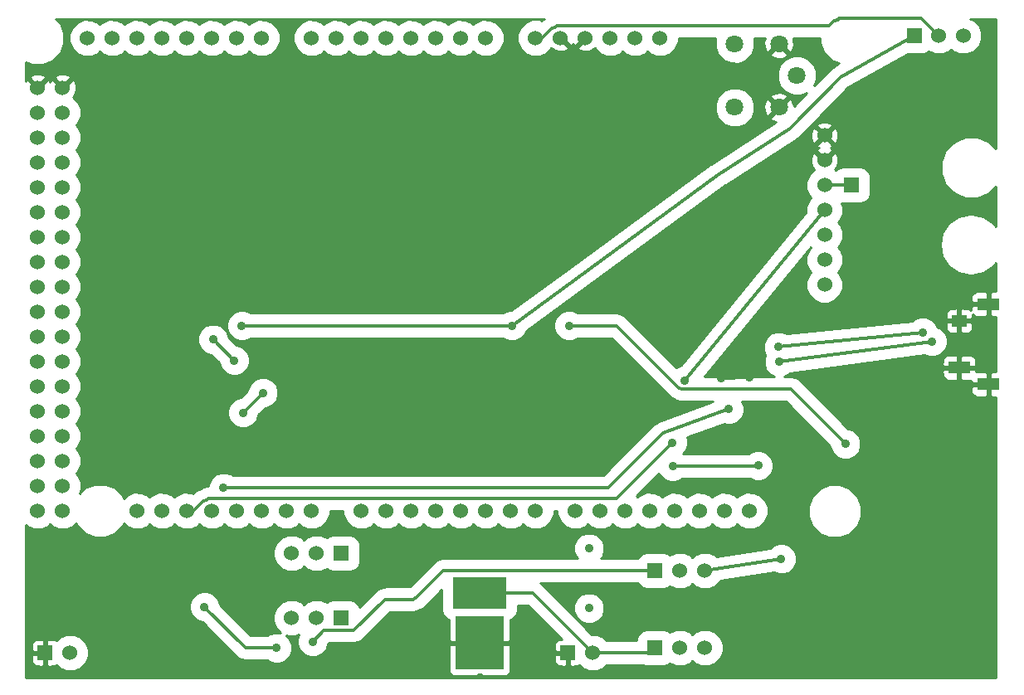
<source format=gbl>
G04 (created by PCBNEW (2011-nov-30)-testing) date Thu 04 Oct 2012 05:09:07 PM EDT*
%MOIN*%
G04 Gerber Fmt 3.4, Leading zero omitted, Abs format*
%FSLAX34Y34*%
G01*
G70*
G90*
G04 APERTURE LIST*
%ADD10C,0.006*%
%ADD11R,0.06X0.06*%
%ADD12C,0.06*%
%ADD13R,0.1967X0.2165*%
%ADD14R,0.2165X0.1297*%
%ADD15C,0.0709*%
%ADD16R,0.0906X0.0512*%
%ADD17R,0.0867X0.0512*%
%ADD18R,0.0591X0.0512*%
%ADD19C,0.035*%
%ADD20C,0.012*%
%ADD21C,0.014*%
%ADD22C,0.01*%
G04 APERTURE END LIST*
G54D10*
G54D11*
X13200Y2900D03*
G54D12*
X12200Y2900D03*
X11200Y2900D03*
G54D11*
X13200Y5500D03*
G54D12*
X12200Y5500D03*
X11200Y5500D03*
G54D13*
X18757Y1900D03*
G54D14*
X18757Y3898D03*
G54D15*
X29000Y23420D03*
X29000Y25980D03*
X30772Y23420D03*
X30772Y25980D03*
X31500Y24700D03*
G54D11*
X36216Y26300D03*
G54D12*
X37200Y26300D03*
X38184Y26300D03*
X32607Y16291D03*
X32608Y17292D03*
X32608Y18292D03*
X32608Y19292D03*
X32608Y20292D03*
X32608Y21292D03*
X32608Y22292D03*
X12000Y7209D03*
X11000Y7209D03*
X10000Y7209D03*
X9000Y7209D03*
X8000Y7209D03*
X7000Y7209D03*
X6000Y7209D03*
X5000Y7209D03*
X3000Y26209D03*
X4000Y26209D03*
X5000Y26209D03*
X6000Y26209D03*
X10000Y26209D03*
X12000Y26209D03*
X13000Y26209D03*
X9000Y26209D03*
X8000Y26209D03*
X7000Y26209D03*
X14000Y26209D03*
X15000Y26209D03*
X16000Y26209D03*
X19000Y26209D03*
X18000Y26209D03*
X17000Y26209D03*
X21000Y26210D03*
X22000Y26209D03*
X23000Y26209D03*
X25000Y26209D03*
X26000Y26209D03*
X14000Y7209D03*
X15000Y7209D03*
X16000Y7209D03*
X17000Y7209D03*
X18000Y7209D03*
X19000Y7209D03*
X20000Y7209D03*
X21000Y7209D03*
X22600Y7209D03*
X23600Y7209D03*
X24600Y7209D03*
X25600Y7209D03*
X26600Y7209D03*
X27600Y7209D03*
X28600Y7209D03*
X29600Y7209D03*
X24000Y26209D03*
X2000Y8209D03*
X1000Y8209D03*
X2000Y9209D03*
X1000Y9209D03*
X2000Y10209D03*
X1000Y10209D03*
X2000Y11209D03*
X1000Y11209D03*
X2000Y7209D03*
X1000Y7209D03*
X1000Y12209D03*
X2000Y12209D03*
X2000Y13209D03*
X1000Y13209D03*
X2000Y14209D03*
X1000Y14209D03*
X2000Y15209D03*
X1000Y15209D03*
X2000Y16209D03*
X1000Y16209D03*
X2000Y17209D03*
X1000Y17209D03*
X2000Y18209D03*
X1000Y18209D03*
X2000Y19209D03*
X1000Y19209D03*
X2000Y20209D03*
X1000Y20209D03*
X2000Y21209D03*
X1000Y21209D03*
X2000Y22209D03*
X1000Y22209D03*
X2000Y23209D03*
X1000Y23209D03*
X2000Y24209D03*
X1000Y24209D03*
G54D11*
X22300Y1500D03*
G54D12*
X23300Y1500D03*
G54D11*
X1300Y1500D03*
G54D12*
X2300Y1500D03*
G54D11*
X25800Y4800D03*
G54D12*
X26800Y4800D03*
X27800Y4800D03*
G54D11*
X25800Y1700D03*
G54D12*
X26800Y1700D03*
X27800Y1700D03*
G54D11*
X33700Y20300D03*
G54D16*
X39200Y12286D03*
G54D17*
X38019Y12955D03*
G54D16*
X39200Y15514D03*
G54D18*
X38019Y14845D03*
G54D19*
X29940Y9020D03*
X26510Y8990D03*
X23150Y3300D03*
X23150Y5700D03*
X33450Y9900D03*
X22350Y14650D03*
X12050Y1950D03*
X9250Y11150D03*
X10050Y11950D03*
X7700Y3350D03*
X10600Y1700D03*
X30860Y5270D03*
X36923Y14015D03*
X30787Y13193D03*
X36550Y14380D03*
X30760Y13800D03*
X8900Y13250D03*
X8050Y14100D03*
X28755Y11294D03*
X8462Y8132D03*
X27000Y12450D03*
X26500Y9950D03*
X9200Y14650D03*
X20050Y14650D03*
X14489Y4433D03*
X14500Y6180D03*
X29210Y9650D03*
X28450Y12540D03*
X29570Y12560D03*
G54D20*
X26510Y8990D02*
X29910Y8990D01*
X29910Y8990D02*
X29940Y9020D01*
X33450Y9900D02*
X31250Y12100D01*
X31250Y12100D02*
X26850Y12100D01*
X26850Y12100D02*
X26800Y12150D01*
X26800Y12150D02*
X26750Y12150D01*
X26750Y12150D02*
X24250Y14650D01*
X24250Y14650D02*
X22350Y14650D01*
X12050Y1950D02*
X12500Y2400D01*
X12500Y2400D02*
X13700Y2400D01*
X13700Y2400D02*
X14950Y3650D01*
X14950Y3650D02*
X16100Y3650D01*
X16100Y3650D02*
X16150Y3700D01*
X16150Y3700D02*
X16200Y3700D01*
X16200Y3700D02*
X17300Y4800D01*
X17300Y4800D02*
X25800Y4800D01*
X9250Y11150D02*
X10050Y11950D01*
X7700Y3350D02*
X9350Y1700D01*
X9350Y1700D02*
X10600Y1700D01*
X30860Y5270D02*
X27800Y4800D01*
X30787Y13193D02*
X36923Y14015D01*
X30760Y13800D02*
X36550Y14380D01*
X8900Y13250D02*
X8050Y14100D01*
X23915Y8135D02*
X8462Y8132D01*
X26110Y10330D02*
X23915Y8135D01*
X26110Y10330D02*
X28755Y11294D01*
X27000Y12450D02*
X32608Y19292D01*
X26500Y9950D02*
X24250Y7700D01*
X24250Y7700D02*
X7850Y7700D01*
X7850Y7700D02*
X7800Y7650D01*
X7800Y7650D02*
X7750Y7650D01*
X7750Y7650D02*
X7700Y7600D01*
X7700Y7600D02*
X7650Y7600D01*
X7650Y7600D02*
X7250Y7200D01*
X7250Y7200D02*
X7000Y7200D01*
X7000Y7200D02*
X7000Y7209D01*
X23300Y1500D02*
X20900Y3900D01*
X20900Y3900D02*
X18750Y3900D01*
X18750Y3900D02*
X18757Y3898D01*
X25800Y1700D02*
X25600Y1500D01*
X25600Y1500D02*
X23300Y1500D01*
G54D21*
X20050Y14650D02*
X28328Y20716D01*
X33240Y24635D02*
X36216Y26300D01*
X31210Y22570D02*
X33240Y24635D01*
X28328Y20716D02*
X31210Y22570D01*
G54D20*
X9200Y14650D02*
X20050Y14650D01*
X37200Y26300D02*
X36500Y27000D01*
X36500Y27000D02*
X33200Y27000D01*
X33200Y27000D02*
X33150Y26950D01*
X33150Y26950D02*
X33100Y26950D01*
X33100Y26950D02*
X33050Y26900D01*
X33050Y26900D02*
X33000Y26900D01*
X33000Y26900D02*
X32800Y26700D01*
X32800Y26700D02*
X21850Y26700D01*
X21850Y26700D02*
X21800Y26650D01*
X21800Y26650D02*
X21750Y26650D01*
X21750Y26650D02*
X21700Y26600D01*
X21700Y26600D02*
X21650Y26600D01*
X21650Y26600D02*
X21250Y26200D01*
X21250Y26200D02*
X21000Y26200D01*
X21000Y26200D02*
X21000Y26210D01*
X14489Y4433D02*
X14500Y6180D01*
X28450Y12540D02*
X29570Y12560D01*
X33700Y20300D02*
X32600Y20300D01*
X32600Y20300D02*
X32608Y20292D01*
G54D10*
G36*
X39484Y516D02*
X39150Y516D01*
X39150Y11842D01*
X39150Y12236D01*
X39150Y12336D01*
X39150Y12730D01*
X39150Y15070D01*
X39150Y15464D01*
X39150Y15564D01*
X39150Y15958D01*
X39088Y16020D01*
X38796Y16019D01*
X38697Y16019D01*
X38606Y15981D01*
X38536Y15911D01*
X38498Y15819D01*
X38497Y15626D01*
X38559Y15564D01*
X39150Y15564D01*
X39150Y15464D01*
X38559Y15464D01*
X38497Y15402D01*
X38497Y15270D01*
X38455Y15312D01*
X38364Y15350D01*
X38265Y15350D01*
X38131Y15351D01*
X38069Y15289D01*
X38069Y14895D01*
X38502Y14895D01*
X38564Y14957D01*
X38563Y15090D01*
X38606Y15047D01*
X38697Y15009D01*
X38796Y15009D01*
X39088Y15008D01*
X39150Y15070D01*
X39150Y12730D01*
X39088Y12792D01*
X38796Y12791D01*
X38701Y12791D01*
X38702Y12843D01*
X38702Y13067D01*
X38701Y13260D01*
X38663Y13352D01*
X38593Y13422D01*
X38564Y13435D01*
X38564Y14733D01*
X38502Y14795D01*
X38069Y14795D01*
X38069Y14401D01*
X38131Y14339D01*
X38265Y14340D01*
X38364Y14340D01*
X38455Y14378D01*
X38525Y14448D01*
X38563Y14540D01*
X38564Y14733D01*
X38564Y13435D01*
X38502Y13460D01*
X38403Y13460D01*
X38131Y13461D01*
X38069Y13399D01*
X38069Y13005D01*
X38640Y13005D01*
X38702Y13067D01*
X38702Y12843D01*
X38640Y12905D01*
X38069Y12905D01*
X38069Y12511D01*
X38131Y12449D01*
X38403Y12450D01*
X38497Y12450D01*
X38497Y12398D01*
X38559Y12336D01*
X39150Y12336D01*
X39150Y12236D01*
X38559Y12236D01*
X38497Y12174D01*
X38498Y11981D01*
X38536Y11889D01*
X38606Y11819D01*
X38697Y11781D01*
X38796Y11781D01*
X39088Y11780D01*
X39150Y11842D01*
X39150Y516D01*
X37969Y516D01*
X37969Y12511D01*
X37969Y12905D01*
X37969Y13005D01*
X37969Y13399D01*
X37969Y14401D01*
X37969Y14795D01*
X37969Y14895D01*
X37969Y15289D01*
X37907Y15351D01*
X37773Y15350D01*
X37674Y15350D01*
X37583Y15312D01*
X37513Y15242D01*
X37475Y15150D01*
X37474Y14957D01*
X37536Y14895D01*
X37969Y14895D01*
X37969Y14795D01*
X37536Y14795D01*
X37474Y14733D01*
X37475Y14540D01*
X37513Y14448D01*
X37583Y14378D01*
X37674Y14340D01*
X37773Y14340D01*
X37907Y14339D01*
X37969Y14401D01*
X37969Y13399D01*
X37907Y13461D01*
X37635Y13460D01*
X37536Y13460D01*
X37445Y13422D01*
X37375Y13352D01*
X37337Y13260D01*
X37336Y13067D01*
X37398Y13005D01*
X37969Y13005D01*
X37969Y12905D01*
X37398Y12905D01*
X37336Y12843D01*
X37337Y12650D01*
X37375Y12558D01*
X37445Y12488D01*
X37536Y12450D01*
X37635Y12450D01*
X37907Y12449D01*
X37969Y12511D01*
X37969Y516D01*
X34078Y516D01*
X34078Y6972D01*
X34078Y7396D01*
X33916Y7788D01*
X33617Y8088D01*
X33225Y8251D01*
X32801Y8251D01*
X32409Y8089D01*
X32109Y7790D01*
X31946Y7398D01*
X31946Y6974D01*
X32108Y6582D01*
X32407Y6282D01*
X32799Y6119D01*
X33223Y6119D01*
X33615Y6281D01*
X33915Y6580D01*
X34078Y6972D01*
X34078Y516D01*
X31477Y516D01*
X31477Y5147D01*
X31477Y5392D01*
X31383Y5619D01*
X31210Y5793D01*
X30983Y5887D01*
X30738Y5887D01*
X30511Y5793D01*
X30427Y5710D01*
X28269Y5380D01*
X28221Y5428D01*
X27948Y5541D01*
X27653Y5542D01*
X27381Y5429D01*
X27300Y5349D01*
X27221Y5428D01*
X26948Y5541D01*
X26653Y5542D01*
X26390Y5433D01*
X26350Y5473D01*
X26188Y5541D01*
X26013Y5541D01*
X25413Y5541D01*
X25251Y5474D01*
X25127Y5350D01*
X25106Y5302D01*
X23624Y5302D01*
X23673Y5350D01*
X23767Y5577D01*
X23767Y5822D01*
X23673Y6049D01*
X23500Y6223D01*
X23273Y6317D01*
X23028Y6317D01*
X22801Y6223D01*
X22627Y6050D01*
X22533Y5823D01*
X22533Y5578D01*
X22627Y5351D01*
X22675Y5302D01*
X17300Y5302D01*
X17108Y5264D01*
X16945Y5155D01*
X15945Y4156D01*
X15944Y4155D01*
X15940Y4152D01*
X14950Y4152D01*
X14949Y4152D01*
X14911Y4145D01*
X14758Y4114D01*
X14595Y4005D01*
X14594Y4005D01*
X14594Y4004D01*
X13941Y3352D01*
X13941Y5112D01*
X13941Y5287D01*
X13941Y5887D01*
X13874Y6049D01*
X13750Y6173D01*
X13588Y6241D01*
X13413Y6241D01*
X12813Y6241D01*
X12651Y6174D01*
X12609Y6133D01*
X12348Y6241D01*
X12053Y6242D01*
X11781Y6129D01*
X11700Y6049D01*
X11621Y6128D01*
X11348Y6241D01*
X11053Y6242D01*
X10781Y6129D01*
X10572Y5921D01*
X10459Y5648D01*
X10458Y5353D01*
X10571Y5081D01*
X10779Y4872D01*
X11052Y4759D01*
X11347Y4758D01*
X11619Y4871D01*
X11699Y4952D01*
X11779Y4872D01*
X12052Y4759D01*
X12347Y4758D01*
X12609Y4868D01*
X12650Y4827D01*
X12812Y4759D01*
X12987Y4759D01*
X13587Y4759D01*
X13749Y4826D01*
X13873Y4950D01*
X13941Y5112D01*
X13941Y3352D01*
X13922Y3333D01*
X13874Y3449D01*
X13750Y3573D01*
X13588Y3641D01*
X13413Y3641D01*
X12813Y3641D01*
X12651Y3574D01*
X12609Y3533D01*
X12348Y3641D01*
X12053Y3642D01*
X11781Y3529D01*
X11700Y3449D01*
X11621Y3528D01*
X11348Y3641D01*
X11053Y3642D01*
X10781Y3529D01*
X10572Y3321D01*
X10459Y3048D01*
X10458Y2753D01*
X10571Y2481D01*
X10742Y2310D01*
X10723Y2317D01*
X10478Y2317D01*
X10251Y2223D01*
X10229Y2202D01*
X9558Y2202D01*
X8317Y3443D01*
X8317Y3472D01*
X8223Y3699D01*
X8050Y3873D01*
X7823Y3967D01*
X7578Y3967D01*
X7351Y3873D01*
X7177Y3700D01*
X7083Y3473D01*
X7083Y3228D01*
X7177Y3001D01*
X7350Y2827D01*
X7577Y2733D01*
X7607Y2733D01*
X8995Y1345D01*
X9157Y1236D01*
X9158Y1236D01*
X9350Y1198D01*
X10229Y1198D01*
X10250Y1177D01*
X10477Y1083D01*
X10722Y1083D01*
X10949Y1177D01*
X11123Y1350D01*
X11217Y1577D01*
X11217Y1822D01*
X11123Y2049D01*
X10986Y2186D01*
X11052Y2159D01*
X11347Y2158D01*
X11493Y2219D01*
X11433Y2073D01*
X11433Y1828D01*
X11527Y1601D01*
X11700Y1427D01*
X11927Y1333D01*
X12172Y1333D01*
X12399Y1427D01*
X12573Y1600D01*
X12667Y1827D01*
X12667Y1857D01*
X12708Y1898D01*
X13700Y1898D01*
X13892Y1936D01*
X14055Y2045D01*
X15158Y3148D01*
X16100Y3148D01*
X16292Y3186D01*
X16356Y3229D01*
X16392Y3236D01*
X16555Y3345D01*
X17234Y4024D01*
X17234Y3163D01*
X17301Y3001D01*
X17425Y2877D01*
X17524Y2836D01*
X17524Y2012D01*
X17586Y1950D01*
X17942Y1950D01*
X17942Y1850D01*
X17586Y1850D01*
X17524Y1788D01*
X17525Y769D01*
X17563Y677D01*
X17633Y607D01*
X17724Y569D01*
X17823Y569D01*
X18645Y568D01*
X18707Y630D01*
X18707Y642D01*
X18807Y642D01*
X18807Y630D01*
X18869Y568D01*
X19691Y569D01*
X19790Y569D01*
X19881Y607D01*
X19951Y677D01*
X19989Y769D01*
X19990Y1788D01*
X19928Y1850D01*
X19574Y1850D01*
X19574Y1950D01*
X19928Y1950D01*
X19990Y2012D01*
X19989Y2836D01*
X20088Y2876D01*
X20212Y3000D01*
X20280Y3162D01*
X20280Y3337D01*
X20280Y3398D01*
X20692Y3398D01*
X22040Y2050D01*
X21951Y2049D01*
X21859Y2011D01*
X21789Y1941D01*
X21751Y1850D01*
X21751Y1751D01*
X21750Y1612D01*
X21812Y1550D01*
X22200Y1550D01*
X22250Y1550D01*
X22350Y1550D01*
X22350Y1450D01*
X22350Y1400D01*
X22350Y1012D01*
X22412Y950D01*
X22649Y951D01*
X22741Y989D01*
X22751Y1000D01*
X22879Y872D01*
X23152Y759D01*
X23447Y758D01*
X23719Y871D01*
X23846Y998D01*
X25319Y998D01*
X25412Y959D01*
X25587Y959D01*
X26187Y959D01*
X26349Y1026D01*
X26390Y1068D01*
X26652Y959D01*
X26947Y958D01*
X27219Y1071D01*
X27299Y1152D01*
X27379Y1072D01*
X27652Y959D01*
X27947Y958D01*
X28219Y1071D01*
X28428Y1279D01*
X28541Y1552D01*
X28542Y1847D01*
X28429Y2119D01*
X28221Y2328D01*
X27948Y2441D01*
X27653Y2442D01*
X27381Y2329D01*
X27300Y2249D01*
X27221Y2328D01*
X26948Y2441D01*
X26653Y2442D01*
X26390Y2333D01*
X26350Y2373D01*
X26188Y2441D01*
X26013Y2441D01*
X25413Y2441D01*
X25251Y2374D01*
X25127Y2250D01*
X25059Y2088D01*
X25059Y2002D01*
X23846Y2002D01*
X23767Y2082D01*
X23767Y3177D01*
X23767Y3422D01*
X23673Y3649D01*
X23500Y3823D01*
X23273Y3917D01*
X23028Y3917D01*
X22801Y3823D01*
X22627Y3650D01*
X22533Y3423D01*
X22533Y3178D01*
X22627Y2951D01*
X22800Y2777D01*
X23027Y2683D01*
X23272Y2683D01*
X23499Y2777D01*
X23673Y2950D01*
X23767Y3177D01*
X23767Y2082D01*
X23721Y2128D01*
X23448Y2241D01*
X23268Y2242D01*
X21255Y4255D01*
X21190Y4298D01*
X25106Y4298D01*
X25126Y4251D01*
X25250Y4127D01*
X25412Y4059D01*
X25587Y4059D01*
X26187Y4059D01*
X26349Y4126D01*
X26390Y4168D01*
X26652Y4059D01*
X26947Y4058D01*
X27219Y4171D01*
X27299Y4252D01*
X27379Y4172D01*
X27652Y4059D01*
X27947Y4058D01*
X28219Y4171D01*
X28428Y4379D01*
X28432Y4390D01*
X30580Y4718D01*
X30737Y4653D01*
X30982Y4653D01*
X31209Y4747D01*
X31383Y4920D01*
X31477Y5147D01*
X31477Y516D01*
X22250Y516D01*
X22250Y1012D01*
X22250Y1450D01*
X21812Y1450D01*
X21750Y1388D01*
X21751Y1249D01*
X21751Y1150D01*
X21789Y1059D01*
X21859Y989D01*
X21951Y951D01*
X22188Y950D01*
X22250Y1012D01*
X22250Y516D01*
X3042Y516D01*
X3042Y1647D01*
X2929Y1919D01*
X2721Y2128D01*
X2448Y2241D01*
X2153Y2242D01*
X1881Y2129D01*
X1751Y2001D01*
X1741Y2011D01*
X1649Y2049D01*
X1412Y2050D01*
X1350Y1988D01*
X1350Y1600D01*
X1350Y1550D01*
X1350Y1450D01*
X1350Y1400D01*
X1350Y1012D01*
X1412Y950D01*
X1649Y951D01*
X1741Y989D01*
X1751Y1000D01*
X1879Y872D01*
X2152Y759D01*
X2447Y758D01*
X2719Y871D01*
X2928Y1079D01*
X3041Y1352D01*
X3042Y1647D01*
X3042Y516D01*
X1250Y516D01*
X1250Y1012D01*
X1250Y1450D01*
X1250Y1550D01*
X1250Y1988D01*
X1188Y2050D01*
X951Y2049D01*
X859Y2011D01*
X789Y1941D01*
X751Y1850D01*
X751Y1751D01*
X750Y1612D01*
X812Y1550D01*
X1250Y1550D01*
X1250Y1450D01*
X812Y1450D01*
X750Y1388D01*
X751Y1249D01*
X751Y1150D01*
X789Y1059D01*
X859Y989D01*
X951Y951D01*
X1188Y950D01*
X1250Y1012D01*
X1250Y516D01*
X516Y516D01*
X516Y6645D01*
X579Y6581D01*
X852Y6468D01*
X1147Y6467D01*
X1419Y6580D01*
X1499Y6661D01*
X1579Y6581D01*
X1852Y6468D01*
X2147Y6467D01*
X2419Y6580D01*
X2553Y6715D01*
X2596Y6612D01*
X2895Y6312D01*
X3287Y6149D01*
X3711Y6149D01*
X4103Y6311D01*
X4403Y6610D01*
X4446Y6715D01*
X4579Y6581D01*
X4852Y6468D01*
X5147Y6467D01*
X5419Y6580D01*
X5499Y6661D01*
X5579Y6581D01*
X5852Y6468D01*
X6147Y6467D01*
X6419Y6580D01*
X6499Y6661D01*
X6579Y6581D01*
X6852Y6468D01*
X7147Y6467D01*
X7419Y6580D01*
X7499Y6661D01*
X7579Y6581D01*
X7852Y6468D01*
X8147Y6467D01*
X8419Y6580D01*
X8499Y6661D01*
X8579Y6581D01*
X8852Y6468D01*
X9147Y6467D01*
X9419Y6580D01*
X9499Y6661D01*
X9579Y6581D01*
X9852Y6468D01*
X10147Y6467D01*
X10419Y6580D01*
X10499Y6661D01*
X10579Y6581D01*
X10852Y6468D01*
X11147Y6467D01*
X11419Y6580D01*
X11499Y6661D01*
X11579Y6581D01*
X11852Y6468D01*
X12147Y6467D01*
X12419Y6580D01*
X12628Y6788D01*
X12741Y7061D01*
X12741Y7198D01*
X13258Y7198D01*
X13258Y7062D01*
X13371Y6790D01*
X13579Y6581D01*
X13852Y6468D01*
X14147Y6467D01*
X14419Y6580D01*
X14499Y6661D01*
X14579Y6581D01*
X14852Y6468D01*
X15147Y6467D01*
X15419Y6580D01*
X15499Y6661D01*
X15579Y6581D01*
X15852Y6468D01*
X16147Y6467D01*
X16419Y6580D01*
X16499Y6661D01*
X16579Y6581D01*
X16852Y6468D01*
X17147Y6467D01*
X17419Y6580D01*
X17499Y6661D01*
X17579Y6581D01*
X17852Y6468D01*
X18147Y6467D01*
X18419Y6580D01*
X18499Y6661D01*
X18579Y6581D01*
X18852Y6468D01*
X19147Y6467D01*
X19419Y6580D01*
X19499Y6661D01*
X19579Y6581D01*
X19852Y6468D01*
X20147Y6467D01*
X20419Y6580D01*
X20499Y6661D01*
X20579Y6581D01*
X20852Y6468D01*
X21147Y6467D01*
X21419Y6580D01*
X21628Y6788D01*
X21741Y7061D01*
X21741Y7198D01*
X21858Y7198D01*
X21858Y7062D01*
X21971Y6790D01*
X22179Y6581D01*
X22452Y6468D01*
X22747Y6467D01*
X23019Y6580D01*
X23099Y6661D01*
X23179Y6581D01*
X23452Y6468D01*
X23747Y6467D01*
X24019Y6580D01*
X24099Y6661D01*
X24179Y6581D01*
X24452Y6468D01*
X24747Y6467D01*
X25019Y6580D01*
X25099Y6661D01*
X25179Y6581D01*
X25452Y6468D01*
X25747Y6467D01*
X26019Y6580D01*
X26099Y6661D01*
X26179Y6581D01*
X26452Y6468D01*
X26747Y6467D01*
X27019Y6580D01*
X27099Y6661D01*
X27179Y6581D01*
X27452Y6468D01*
X27747Y6467D01*
X28019Y6580D01*
X28099Y6661D01*
X28179Y6581D01*
X28452Y6468D01*
X28747Y6467D01*
X29019Y6580D01*
X29099Y6661D01*
X29179Y6581D01*
X29452Y6468D01*
X29747Y6467D01*
X30019Y6580D01*
X30228Y6788D01*
X30341Y7061D01*
X30342Y7356D01*
X30229Y7628D01*
X30021Y7837D01*
X29748Y7950D01*
X29453Y7951D01*
X29181Y7838D01*
X29100Y7758D01*
X29021Y7837D01*
X28748Y7950D01*
X28453Y7951D01*
X28181Y7838D01*
X28100Y7758D01*
X28021Y7837D01*
X27748Y7950D01*
X27453Y7951D01*
X27181Y7838D01*
X27100Y7758D01*
X27021Y7837D01*
X26748Y7950D01*
X26453Y7951D01*
X26181Y7838D01*
X26100Y7758D01*
X26021Y7837D01*
X25748Y7950D01*
X25453Y7951D01*
X25181Y7838D01*
X25100Y7758D01*
X25058Y7799D01*
X25961Y8702D01*
X25987Y8641D01*
X26160Y8467D01*
X26387Y8373D01*
X26632Y8373D01*
X26859Y8467D01*
X26880Y8488D01*
X29611Y8488D01*
X29817Y8403D01*
X30062Y8403D01*
X30289Y8497D01*
X30463Y8670D01*
X30557Y8897D01*
X30557Y9142D01*
X30463Y9369D01*
X30290Y9543D01*
X30063Y9637D01*
X29818Y9637D01*
X29591Y9543D01*
X29539Y9492D01*
X26914Y9492D01*
X27023Y9600D01*
X27117Y9827D01*
X27117Y10072D01*
X27084Y10151D01*
X28584Y10697D01*
X28632Y10677D01*
X28877Y10677D01*
X29104Y10771D01*
X29278Y10944D01*
X29372Y11171D01*
X29372Y11416D01*
X29296Y11598D01*
X31042Y11598D01*
X32833Y9807D01*
X32833Y9778D01*
X32927Y9551D01*
X33100Y9377D01*
X33327Y9283D01*
X33572Y9283D01*
X33799Y9377D01*
X33973Y9550D01*
X34067Y9777D01*
X34067Y10022D01*
X33973Y10249D01*
X33800Y10423D01*
X33573Y10517D01*
X33543Y10517D01*
X31605Y12455D01*
X31442Y12564D01*
X31250Y12602D01*
X30971Y12602D01*
X31136Y12670D01*
X31208Y12743D01*
X36634Y13467D01*
X36800Y13398D01*
X37045Y13398D01*
X37272Y13492D01*
X37446Y13665D01*
X37540Y13892D01*
X37540Y14137D01*
X37446Y14364D01*
X37273Y14538D01*
X37127Y14599D01*
X37073Y14729D01*
X36900Y14903D01*
X36673Y14997D01*
X36428Y14997D01*
X36201Y14903D01*
X36138Y14842D01*
X31077Y14337D01*
X30883Y14417D01*
X30638Y14417D01*
X30411Y14323D01*
X30237Y14150D01*
X30143Y13923D01*
X30143Y13678D01*
X30231Y13465D01*
X30170Y13316D01*
X30170Y13071D01*
X30264Y12844D01*
X30437Y12670D01*
X30601Y12602D01*
X27772Y12602D01*
X32038Y17814D01*
X32059Y17793D01*
X31980Y17713D01*
X31867Y17440D01*
X31866Y17145D01*
X31979Y16873D01*
X32059Y16793D01*
X31979Y16712D01*
X31866Y16439D01*
X31865Y16144D01*
X31978Y15872D01*
X32186Y15663D01*
X32459Y15550D01*
X32754Y15549D01*
X33026Y15662D01*
X33235Y15870D01*
X33348Y16143D01*
X33349Y16438D01*
X33236Y16710D01*
X33155Y16791D01*
X33236Y16871D01*
X33349Y17144D01*
X33350Y17439D01*
X33237Y17711D01*
X33156Y17792D01*
X33236Y17871D01*
X33349Y18144D01*
X33350Y18439D01*
X33237Y18711D01*
X33156Y18792D01*
X33236Y18871D01*
X33349Y19144D01*
X33350Y19439D01*
X33297Y19566D01*
X33312Y19559D01*
X33487Y19559D01*
X34087Y19559D01*
X34249Y19626D01*
X34373Y19750D01*
X34441Y19912D01*
X34441Y20087D01*
X34441Y20687D01*
X34374Y20849D01*
X34250Y20973D01*
X34088Y21041D01*
X33913Y21041D01*
X33313Y21041D01*
X33161Y20979D01*
X33151Y20974D01*
X33062Y20886D01*
X33029Y20920D01*
X33027Y20921D01*
X33074Y20967D01*
X33047Y20994D01*
X33088Y21006D01*
X33161Y21211D01*
X33161Y22211D01*
X33150Y22429D01*
X33088Y22578D01*
X32993Y22607D01*
X32923Y22537D01*
X32923Y22677D01*
X32894Y22772D01*
X32689Y22845D01*
X32471Y22834D01*
X32322Y22772D01*
X32293Y22677D01*
X32608Y22363D01*
X32923Y22677D01*
X32923Y22537D01*
X32679Y22292D01*
X32993Y21977D01*
X33088Y22006D01*
X33161Y22211D01*
X33161Y21211D01*
X33150Y21429D01*
X33088Y21578D01*
X32993Y21607D01*
X32923Y21537D01*
X32923Y21677D01*
X32894Y21772D01*
X32842Y21791D01*
X32894Y21812D01*
X32923Y21907D01*
X32608Y22221D01*
X32537Y22151D01*
X32537Y22292D01*
X32223Y22607D01*
X32128Y22578D01*
X32055Y22373D01*
X32066Y22155D01*
X32128Y22006D01*
X32223Y21977D01*
X32537Y22292D01*
X32537Y22151D01*
X32293Y21907D01*
X32322Y21812D01*
X32373Y21794D01*
X32322Y21772D01*
X32293Y21677D01*
X32608Y21363D01*
X32923Y21677D01*
X32923Y21537D01*
X32679Y21292D01*
X32608Y21221D01*
X32537Y21292D01*
X32502Y21327D01*
X32223Y21607D01*
X32128Y21578D01*
X32055Y21373D01*
X32066Y21155D01*
X32128Y21006D01*
X32168Y20994D01*
X32142Y20967D01*
X32188Y20921D01*
X31980Y20713D01*
X31867Y20440D01*
X31866Y20145D01*
X31979Y19873D01*
X32059Y19793D01*
X31980Y19713D01*
X31867Y19440D01*
X31866Y19188D01*
X26845Y13054D01*
X26651Y12973D01*
X26643Y12967D01*
X24605Y15005D01*
X24442Y15114D01*
X24250Y15152D01*
X22720Y15152D01*
X22700Y15173D01*
X22473Y15267D01*
X22228Y15267D01*
X22001Y15173D01*
X21827Y15000D01*
X21733Y14773D01*
X21733Y14528D01*
X21827Y14301D01*
X22000Y14127D01*
X22227Y14033D01*
X22472Y14033D01*
X22699Y14127D01*
X22720Y14148D01*
X24042Y14148D01*
X26395Y11795D01*
X26557Y11687D01*
X26558Y11686D01*
X26592Y11680D01*
X26593Y11680D01*
X26593Y11679D01*
X26595Y11679D01*
X26657Y11637D01*
X26658Y11636D01*
X26811Y11606D01*
X26849Y11598D01*
X26849Y11599D01*
X26850Y11598D01*
X28125Y11598D01*
X25938Y10802D01*
X25928Y10797D01*
X25918Y10794D01*
X25845Y10746D01*
X25771Y10700D01*
X25764Y10692D01*
X25755Y10685D01*
X23704Y8634D01*
X10667Y8634D01*
X10667Y11827D01*
X10667Y12072D01*
X10573Y12299D01*
X10400Y12473D01*
X10173Y12567D01*
X9928Y12567D01*
X9701Y12473D01*
X9527Y12300D01*
X9517Y12276D01*
X9517Y13127D01*
X9517Y13372D01*
X9423Y13599D01*
X9250Y13773D01*
X9023Y13867D01*
X8993Y13867D01*
X8667Y14193D01*
X8667Y14222D01*
X8573Y14449D01*
X8400Y14623D01*
X8173Y14717D01*
X7928Y14717D01*
X7701Y14623D01*
X7527Y14450D01*
X7433Y14223D01*
X7433Y13978D01*
X7527Y13751D01*
X7700Y13577D01*
X7927Y13483D01*
X7957Y13483D01*
X8283Y13157D01*
X8283Y13128D01*
X8377Y12901D01*
X8550Y12727D01*
X8777Y12633D01*
X9022Y12633D01*
X9249Y12727D01*
X9423Y12900D01*
X9517Y13127D01*
X9517Y12276D01*
X9433Y12073D01*
X9433Y12043D01*
X9157Y11767D01*
X9128Y11767D01*
X8901Y11673D01*
X8727Y11500D01*
X8633Y11273D01*
X8633Y11028D01*
X8727Y10801D01*
X8900Y10627D01*
X9127Y10533D01*
X9372Y10533D01*
X9599Y10627D01*
X9773Y10800D01*
X9867Y11027D01*
X9867Y11057D01*
X10143Y11333D01*
X10172Y11333D01*
X10399Y11427D01*
X10573Y11600D01*
X10667Y11827D01*
X10667Y8634D01*
X8832Y8634D01*
X8812Y8655D01*
X8585Y8749D01*
X8340Y8749D01*
X8113Y8655D01*
X7939Y8482D01*
X7845Y8255D01*
X7845Y8202D01*
X7811Y8195D01*
X7658Y8164D01*
X7595Y8122D01*
X7593Y8122D01*
X7593Y8121D01*
X7592Y8121D01*
X7558Y8114D01*
X7495Y8072D01*
X7493Y8072D01*
X7493Y8071D01*
X7492Y8071D01*
X7458Y8064D01*
X7295Y7955D01*
X7292Y7952D01*
X7249Y7909D01*
X7148Y7950D01*
X6853Y7951D01*
X6581Y7838D01*
X6500Y7758D01*
X6421Y7837D01*
X6148Y7950D01*
X5853Y7951D01*
X5581Y7838D01*
X5500Y7758D01*
X5421Y7837D01*
X5148Y7950D01*
X4853Y7951D01*
X4581Y7838D01*
X4449Y7708D01*
X4404Y7818D01*
X4105Y8118D01*
X3713Y8281D01*
X3289Y8281D01*
X2897Y8119D01*
X2672Y7896D01*
X2741Y8061D01*
X2742Y8356D01*
X2629Y8628D01*
X2548Y8709D01*
X2628Y8788D01*
X2741Y9061D01*
X2742Y9356D01*
X2629Y9628D01*
X2548Y9709D01*
X2628Y9788D01*
X2741Y10061D01*
X2742Y10356D01*
X2629Y10628D01*
X2548Y10709D01*
X2628Y10788D01*
X2741Y11061D01*
X2742Y11356D01*
X2629Y11628D01*
X2548Y11709D01*
X2628Y11788D01*
X2741Y12061D01*
X2742Y12356D01*
X2629Y12628D01*
X2548Y12709D01*
X2628Y12788D01*
X2741Y13061D01*
X2742Y13356D01*
X2629Y13628D01*
X2548Y13709D01*
X2628Y13788D01*
X2741Y14061D01*
X2742Y14356D01*
X2629Y14628D01*
X2548Y14709D01*
X2628Y14788D01*
X2741Y15061D01*
X2742Y15356D01*
X2629Y15628D01*
X2548Y15709D01*
X2628Y15788D01*
X2741Y16061D01*
X2742Y16356D01*
X2629Y16628D01*
X2548Y16709D01*
X2628Y16788D01*
X2741Y17061D01*
X2742Y17356D01*
X2629Y17628D01*
X2548Y17709D01*
X2628Y17788D01*
X2741Y18061D01*
X2742Y18356D01*
X2629Y18628D01*
X2548Y18709D01*
X2628Y18788D01*
X2741Y19061D01*
X2742Y19356D01*
X2629Y19628D01*
X2548Y19709D01*
X2628Y19788D01*
X2741Y20061D01*
X2742Y20356D01*
X2629Y20628D01*
X2548Y20709D01*
X2628Y20788D01*
X2741Y21061D01*
X2742Y21356D01*
X2629Y21628D01*
X2548Y21709D01*
X2628Y21788D01*
X2741Y22061D01*
X2742Y22356D01*
X2629Y22628D01*
X2548Y22709D01*
X2628Y22788D01*
X2741Y23061D01*
X2742Y23356D01*
X2629Y23628D01*
X2553Y23705D01*
X2421Y23837D01*
X2419Y23838D01*
X2466Y23884D01*
X2439Y23911D01*
X2480Y23923D01*
X2553Y24128D01*
X2542Y24346D01*
X2480Y24495D01*
X2385Y24524D01*
X2315Y24454D01*
X2315Y24594D01*
X2286Y24689D01*
X2081Y24762D01*
X1863Y24751D01*
X1714Y24689D01*
X1685Y24594D01*
X2000Y24280D01*
X2315Y24594D01*
X2315Y24454D01*
X2071Y24209D01*
X2000Y24138D01*
X1929Y24209D01*
X1894Y24244D01*
X1615Y24524D01*
X1520Y24495D01*
X1501Y24444D01*
X1480Y24495D01*
X1385Y24524D01*
X1315Y24454D01*
X1315Y24594D01*
X1286Y24689D01*
X1081Y24762D01*
X863Y24751D01*
X714Y24689D01*
X685Y24594D01*
X1000Y24280D01*
X1315Y24594D01*
X1315Y24454D01*
X1071Y24209D01*
X1000Y24138D01*
X929Y24209D01*
X894Y24244D01*
X615Y24524D01*
X520Y24495D01*
X516Y24484D01*
X516Y25248D01*
X787Y25135D01*
X1211Y25135D01*
X1603Y25297D01*
X1903Y25596D01*
X2066Y25988D01*
X2066Y26412D01*
X1904Y26804D01*
X1724Y26984D01*
X21338Y26984D01*
X21295Y26955D01*
X21292Y26952D01*
X21249Y26909D01*
X21148Y26951D01*
X20853Y26952D01*
X20581Y26839D01*
X20372Y26631D01*
X20259Y26358D01*
X20258Y26063D01*
X20371Y25791D01*
X20579Y25582D01*
X20852Y25469D01*
X21147Y25468D01*
X21419Y25581D01*
X21628Y25789D01*
X21628Y25790D01*
X21675Y25743D01*
X21701Y25770D01*
X21714Y25729D01*
X21919Y25656D01*
X22137Y25667D01*
X22286Y25729D01*
X22315Y25824D01*
X22035Y26103D01*
X22000Y26138D01*
X21958Y26180D01*
X21992Y26186D01*
X22009Y26198D01*
X22081Y26198D01*
X22385Y25894D01*
X22480Y25923D01*
X22498Y25975D01*
X22520Y25923D01*
X22615Y25894D01*
X22894Y26174D01*
X22918Y26198D01*
X23060Y26198D01*
X23000Y26138D01*
X22685Y25824D01*
X22714Y25729D01*
X22919Y25656D01*
X23137Y25667D01*
X23286Y25729D01*
X23298Y25770D01*
X23315Y25753D01*
X23325Y25743D01*
X23371Y25790D01*
X23579Y25581D01*
X23852Y25468D01*
X24147Y25467D01*
X24419Y25580D01*
X24499Y25661D01*
X24579Y25581D01*
X24852Y25468D01*
X25147Y25467D01*
X25419Y25580D01*
X25499Y25661D01*
X25579Y25581D01*
X25852Y25468D01*
X26147Y25467D01*
X26419Y25580D01*
X26628Y25788D01*
X26741Y26061D01*
X26741Y26198D01*
X28229Y26198D01*
X28205Y26139D01*
X28204Y25822D01*
X28325Y25530D01*
X28549Y25306D01*
X28841Y25185D01*
X29158Y25184D01*
X29450Y25305D01*
X29674Y25529D01*
X29795Y25821D01*
X29796Y26138D01*
X29771Y26198D01*
X30209Y26198D01*
X30165Y26075D01*
X30175Y25836D01*
X30247Y25660D01*
X30348Y25626D01*
X30666Y25945D01*
X30701Y25980D01*
X30772Y26051D01*
X30843Y25980D01*
X30878Y25945D01*
X31196Y25626D01*
X31297Y25660D01*
X31379Y25885D01*
X31369Y26124D01*
X31338Y26198D01*
X32433Y26198D01*
X32433Y26001D01*
X32595Y25609D01*
X32894Y25309D01*
X33181Y25190D01*
X32990Y25082D01*
X32937Y25038D01*
X32874Y24994D01*
X32197Y24306D01*
X32295Y24541D01*
X32296Y24858D01*
X32175Y25150D01*
X31951Y25374D01*
X31659Y25495D01*
X31342Y25496D01*
X31126Y25407D01*
X31126Y25556D01*
X30772Y25909D01*
X30418Y25556D01*
X30452Y25455D01*
X30677Y25373D01*
X30916Y25383D01*
X31092Y25455D01*
X31126Y25556D01*
X31126Y25407D01*
X31050Y25375D01*
X30826Y25151D01*
X30705Y24859D01*
X30704Y24542D01*
X30825Y24250D01*
X31049Y24026D01*
X31341Y23905D01*
X31658Y23904D01*
X31902Y24006D01*
X31373Y23467D01*
X31369Y23564D01*
X31297Y23740D01*
X31196Y23774D01*
X31126Y23704D01*
X31126Y23844D01*
X31092Y23945D01*
X30867Y24027D01*
X30628Y24017D01*
X30452Y23945D01*
X30418Y23844D01*
X30772Y23491D01*
X31126Y23844D01*
X31126Y23704D01*
X30843Y23420D01*
X30772Y23349D01*
X30701Y23279D01*
X30701Y23420D01*
X30348Y23774D01*
X30247Y23740D01*
X30165Y23515D01*
X30175Y23276D01*
X30247Y23100D01*
X30348Y23066D01*
X30701Y23420D01*
X30701Y23279D01*
X30418Y22996D01*
X30452Y22895D01*
X30651Y22823D01*
X29796Y22272D01*
X29796Y23578D01*
X29675Y23870D01*
X29451Y24094D01*
X29159Y24215D01*
X28842Y24216D01*
X28550Y24095D01*
X28326Y23871D01*
X28205Y23579D01*
X28204Y23262D01*
X28325Y22970D01*
X28549Y22746D01*
X28841Y22625D01*
X29158Y22624D01*
X29450Y22745D01*
X29674Y22969D01*
X29795Y23261D01*
X29796Y23578D01*
X29796Y22272D01*
X28051Y21146D01*
X28025Y21122D01*
X23315Y17675D01*
X22315Y16943D01*
X20026Y15267D01*
X19928Y15267D01*
X19742Y15190D01*
X19742Y26356D01*
X19629Y26628D01*
X19421Y26837D01*
X19148Y26950D01*
X18853Y26951D01*
X18581Y26838D01*
X18500Y26758D01*
X18421Y26837D01*
X18148Y26950D01*
X17853Y26951D01*
X17581Y26838D01*
X17500Y26758D01*
X17421Y26837D01*
X17148Y26950D01*
X16853Y26951D01*
X16581Y26838D01*
X16500Y26758D01*
X16421Y26837D01*
X16148Y26950D01*
X15853Y26951D01*
X15581Y26838D01*
X15500Y26758D01*
X15421Y26837D01*
X15148Y26950D01*
X14853Y26951D01*
X14581Y26838D01*
X14500Y26758D01*
X14421Y26837D01*
X14148Y26950D01*
X13853Y26951D01*
X13581Y26838D01*
X13500Y26758D01*
X13421Y26837D01*
X13148Y26950D01*
X12853Y26951D01*
X12581Y26838D01*
X12500Y26758D01*
X12421Y26837D01*
X12148Y26950D01*
X11853Y26951D01*
X11581Y26838D01*
X11372Y26630D01*
X11259Y26357D01*
X11258Y26062D01*
X11371Y25790D01*
X11579Y25581D01*
X11852Y25468D01*
X12147Y25467D01*
X12419Y25580D01*
X12499Y25661D01*
X12579Y25581D01*
X12852Y25468D01*
X13147Y25467D01*
X13419Y25580D01*
X13499Y25661D01*
X13579Y25581D01*
X13852Y25468D01*
X14147Y25467D01*
X14419Y25580D01*
X14499Y25661D01*
X14579Y25581D01*
X14852Y25468D01*
X15147Y25467D01*
X15419Y25580D01*
X15499Y25661D01*
X15579Y25581D01*
X15852Y25468D01*
X16147Y25467D01*
X16419Y25580D01*
X16499Y25661D01*
X16579Y25581D01*
X16852Y25468D01*
X17147Y25467D01*
X17419Y25580D01*
X17499Y25661D01*
X17579Y25581D01*
X17852Y25468D01*
X18147Y25467D01*
X18419Y25580D01*
X18499Y25661D01*
X18579Y25581D01*
X18852Y25468D01*
X19147Y25467D01*
X19419Y25580D01*
X19628Y25788D01*
X19741Y26061D01*
X19742Y26356D01*
X19742Y15190D01*
X19701Y15173D01*
X19679Y15152D01*
X10742Y15152D01*
X10742Y26356D01*
X10629Y26628D01*
X10421Y26837D01*
X10148Y26950D01*
X9853Y26951D01*
X9581Y26838D01*
X9500Y26758D01*
X9421Y26837D01*
X9148Y26950D01*
X8853Y26951D01*
X8581Y26838D01*
X8500Y26758D01*
X8421Y26837D01*
X8148Y26950D01*
X7853Y26951D01*
X7581Y26838D01*
X7500Y26758D01*
X7421Y26837D01*
X7148Y26950D01*
X6853Y26951D01*
X6581Y26838D01*
X6500Y26758D01*
X6421Y26837D01*
X6148Y26950D01*
X5853Y26951D01*
X5581Y26838D01*
X5500Y26758D01*
X5421Y26837D01*
X5148Y26950D01*
X4853Y26951D01*
X4581Y26838D01*
X4500Y26758D01*
X4421Y26837D01*
X4148Y26950D01*
X3853Y26951D01*
X3581Y26838D01*
X3500Y26758D01*
X3421Y26837D01*
X3148Y26950D01*
X2853Y26951D01*
X2581Y26838D01*
X2372Y26630D01*
X2259Y26357D01*
X2258Y26062D01*
X2371Y25790D01*
X2579Y25581D01*
X2852Y25468D01*
X3147Y25467D01*
X3419Y25580D01*
X3499Y25661D01*
X3579Y25581D01*
X3852Y25468D01*
X4147Y25467D01*
X4419Y25580D01*
X4499Y25661D01*
X4579Y25581D01*
X4852Y25468D01*
X5147Y25467D01*
X5419Y25580D01*
X5499Y25661D01*
X5579Y25581D01*
X5852Y25468D01*
X6147Y25467D01*
X6419Y25580D01*
X6499Y25661D01*
X6579Y25581D01*
X6852Y25468D01*
X7147Y25467D01*
X7419Y25580D01*
X7499Y25661D01*
X7579Y25581D01*
X7852Y25468D01*
X8147Y25467D01*
X8419Y25580D01*
X8499Y25661D01*
X8579Y25581D01*
X8852Y25468D01*
X9147Y25467D01*
X9419Y25580D01*
X9499Y25661D01*
X9579Y25581D01*
X9852Y25468D01*
X10147Y25467D01*
X10419Y25580D01*
X10628Y25788D01*
X10741Y26061D01*
X10742Y26356D01*
X10742Y15152D01*
X9570Y15152D01*
X9550Y15173D01*
X9323Y15267D01*
X9078Y15267D01*
X8851Y15173D01*
X8677Y15000D01*
X8583Y14773D01*
X8583Y14528D01*
X8677Y14301D01*
X8850Y14127D01*
X9077Y14033D01*
X9322Y14033D01*
X9549Y14127D01*
X9570Y14148D01*
X19679Y14148D01*
X19700Y14127D01*
X19927Y14033D01*
X20172Y14033D01*
X20399Y14127D01*
X20573Y14300D01*
X20631Y14442D01*
X28633Y20298D01*
X28646Y20313D01*
X31485Y22142D01*
X31513Y22170D01*
X31575Y22211D01*
X33551Y24223D01*
X35941Y25559D01*
X36003Y25559D01*
X36603Y25559D01*
X36765Y25626D01*
X36801Y25663D01*
X37052Y25559D01*
X37347Y25558D01*
X37619Y25671D01*
X37691Y25744D01*
X37763Y25672D01*
X38036Y25559D01*
X38331Y25558D01*
X38603Y25671D01*
X38812Y25879D01*
X38925Y26152D01*
X38926Y26447D01*
X38813Y26719D01*
X38605Y26928D01*
X38469Y26984D01*
X39484Y26984D01*
X39484Y21765D01*
X39207Y22042D01*
X38756Y22230D01*
X38267Y22230D01*
X37815Y22043D01*
X37469Y21698D01*
X37281Y21247D01*
X37281Y20758D01*
X37468Y20306D01*
X37813Y19960D01*
X38264Y19772D01*
X38753Y19772D01*
X39205Y19959D01*
X39484Y20238D01*
X39484Y18624D01*
X39386Y18771D01*
X38987Y19037D01*
X38517Y19131D01*
X38469Y19131D01*
X37999Y19037D01*
X37600Y18771D01*
X37334Y18372D01*
X37240Y17902D01*
X37334Y17432D01*
X37600Y17033D01*
X37999Y16767D01*
X38469Y16673D01*
X38517Y16673D01*
X38987Y16767D01*
X39386Y17033D01*
X39484Y17180D01*
X39484Y16020D01*
X39312Y16020D01*
X39250Y15958D01*
X39250Y15614D01*
X39250Y15564D01*
X39250Y15464D01*
X39250Y15414D01*
X39250Y15070D01*
X39312Y15008D01*
X39484Y15009D01*
X39484Y12792D01*
X39312Y12792D01*
X39250Y12730D01*
X39250Y12386D01*
X39250Y12336D01*
X39250Y12236D01*
X39250Y12186D01*
X39250Y11842D01*
X39312Y11780D01*
X39484Y11781D01*
X39484Y516D01*
X39484Y516D01*
G37*
G54D22*
X39484Y516D02*
X39150Y516D01*
X39150Y11842D01*
X39150Y12236D01*
X39150Y12336D01*
X39150Y12730D01*
X39150Y15070D01*
X39150Y15464D01*
X39150Y15564D01*
X39150Y15958D01*
X39088Y16020D01*
X38796Y16019D01*
X38697Y16019D01*
X38606Y15981D01*
X38536Y15911D01*
X38498Y15819D01*
X38497Y15626D01*
X38559Y15564D01*
X39150Y15564D01*
X39150Y15464D01*
X38559Y15464D01*
X38497Y15402D01*
X38497Y15270D01*
X38455Y15312D01*
X38364Y15350D01*
X38265Y15350D01*
X38131Y15351D01*
X38069Y15289D01*
X38069Y14895D01*
X38502Y14895D01*
X38564Y14957D01*
X38563Y15090D01*
X38606Y15047D01*
X38697Y15009D01*
X38796Y15009D01*
X39088Y15008D01*
X39150Y15070D01*
X39150Y12730D01*
X39088Y12792D01*
X38796Y12791D01*
X38701Y12791D01*
X38702Y12843D01*
X38702Y13067D01*
X38701Y13260D01*
X38663Y13352D01*
X38593Y13422D01*
X38564Y13435D01*
X38564Y14733D01*
X38502Y14795D01*
X38069Y14795D01*
X38069Y14401D01*
X38131Y14339D01*
X38265Y14340D01*
X38364Y14340D01*
X38455Y14378D01*
X38525Y14448D01*
X38563Y14540D01*
X38564Y14733D01*
X38564Y13435D01*
X38502Y13460D01*
X38403Y13460D01*
X38131Y13461D01*
X38069Y13399D01*
X38069Y13005D01*
X38640Y13005D01*
X38702Y13067D01*
X38702Y12843D01*
X38640Y12905D01*
X38069Y12905D01*
X38069Y12511D01*
X38131Y12449D01*
X38403Y12450D01*
X38497Y12450D01*
X38497Y12398D01*
X38559Y12336D01*
X39150Y12336D01*
X39150Y12236D01*
X38559Y12236D01*
X38497Y12174D01*
X38498Y11981D01*
X38536Y11889D01*
X38606Y11819D01*
X38697Y11781D01*
X38796Y11781D01*
X39088Y11780D01*
X39150Y11842D01*
X39150Y516D01*
X37969Y516D01*
X37969Y12511D01*
X37969Y12905D01*
X37969Y13005D01*
X37969Y13399D01*
X37969Y14401D01*
X37969Y14795D01*
X37969Y14895D01*
X37969Y15289D01*
X37907Y15351D01*
X37773Y15350D01*
X37674Y15350D01*
X37583Y15312D01*
X37513Y15242D01*
X37475Y15150D01*
X37474Y14957D01*
X37536Y14895D01*
X37969Y14895D01*
X37969Y14795D01*
X37536Y14795D01*
X37474Y14733D01*
X37475Y14540D01*
X37513Y14448D01*
X37583Y14378D01*
X37674Y14340D01*
X37773Y14340D01*
X37907Y14339D01*
X37969Y14401D01*
X37969Y13399D01*
X37907Y13461D01*
X37635Y13460D01*
X37536Y13460D01*
X37445Y13422D01*
X37375Y13352D01*
X37337Y13260D01*
X37336Y13067D01*
X37398Y13005D01*
X37969Y13005D01*
X37969Y12905D01*
X37398Y12905D01*
X37336Y12843D01*
X37337Y12650D01*
X37375Y12558D01*
X37445Y12488D01*
X37536Y12450D01*
X37635Y12450D01*
X37907Y12449D01*
X37969Y12511D01*
X37969Y516D01*
X34078Y516D01*
X34078Y6972D01*
X34078Y7396D01*
X33916Y7788D01*
X33617Y8088D01*
X33225Y8251D01*
X32801Y8251D01*
X32409Y8089D01*
X32109Y7790D01*
X31946Y7398D01*
X31946Y6974D01*
X32108Y6582D01*
X32407Y6282D01*
X32799Y6119D01*
X33223Y6119D01*
X33615Y6281D01*
X33915Y6580D01*
X34078Y6972D01*
X34078Y516D01*
X31477Y516D01*
X31477Y5147D01*
X31477Y5392D01*
X31383Y5619D01*
X31210Y5793D01*
X30983Y5887D01*
X30738Y5887D01*
X30511Y5793D01*
X30427Y5710D01*
X28269Y5380D01*
X28221Y5428D01*
X27948Y5541D01*
X27653Y5542D01*
X27381Y5429D01*
X27300Y5349D01*
X27221Y5428D01*
X26948Y5541D01*
X26653Y5542D01*
X26390Y5433D01*
X26350Y5473D01*
X26188Y5541D01*
X26013Y5541D01*
X25413Y5541D01*
X25251Y5474D01*
X25127Y5350D01*
X25106Y5302D01*
X23624Y5302D01*
X23673Y5350D01*
X23767Y5577D01*
X23767Y5822D01*
X23673Y6049D01*
X23500Y6223D01*
X23273Y6317D01*
X23028Y6317D01*
X22801Y6223D01*
X22627Y6050D01*
X22533Y5823D01*
X22533Y5578D01*
X22627Y5351D01*
X22675Y5302D01*
X17300Y5302D01*
X17108Y5264D01*
X16945Y5155D01*
X15945Y4156D01*
X15944Y4155D01*
X15940Y4152D01*
X14950Y4152D01*
X14949Y4152D01*
X14911Y4145D01*
X14758Y4114D01*
X14595Y4005D01*
X14594Y4005D01*
X14594Y4004D01*
X13941Y3352D01*
X13941Y5112D01*
X13941Y5287D01*
X13941Y5887D01*
X13874Y6049D01*
X13750Y6173D01*
X13588Y6241D01*
X13413Y6241D01*
X12813Y6241D01*
X12651Y6174D01*
X12609Y6133D01*
X12348Y6241D01*
X12053Y6242D01*
X11781Y6129D01*
X11700Y6049D01*
X11621Y6128D01*
X11348Y6241D01*
X11053Y6242D01*
X10781Y6129D01*
X10572Y5921D01*
X10459Y5648D01*
X10458Y5353D01*
X10571Y5081D01*
X10779Y4872D01*
X11052Y4759D01*
X11347Y4758D01*
X11619Y4871D01*
X11699Y4952D01*
X11779Y4872D01*
X12052Y4759D01*
X12347Y4758D01*
X12609Y4868D01*
X12650Y4827D01*
X12812Y4759D01*
X12987Y4759D01*
X13587Y4759D01*
X13749Y4826D01*
X13873Y4950D01*
X13941Y5112D01*
X13941Y3352D01*
X13922Y3333D01*
X13874Y3449D01*
X13750Y3573D01*
X13588Y3641D01*
X13413Y3641D01*
X12813Y3641D01*
X12651Y3574D01*
X12609Y3533D01*
X12348Y3641D01*
X12053Y3642D01*
X11781Y3529D01*
X11700Y3449D01*
X11621Y3528D01*
X11348Y3641D01*
X11053Y3642D01*
X10781Y3529D01*
X10572Y3321D01*
X10459Y3048D01*
X10458Y2753D01*
X10571Y2481D01*
X10742Y2310D01*
X10723Y2317D01*
X10478Y2317D01*
X10251Y2223D01*
X10229Y2202D01*
X9558Y2202D01*
X8317Y3443D01*
X8317Y3472D01*
X8223Y3699D01*
X8050Y3873D01*
X7823Y3967D01*
X7578Y3967D01*
X7351Y3873D01*
X7177Y3700D01*
X7083Y3473D01*
X7083Y3228D01*
X7177Y3001D01*
X7350Y2827D01*
X7577Y2733D01*
X7607Y2733D01*
X8995Y1345D01*
X9157Y1236D01*
X9158Y1236D01*
X9350Y1198D01*
X10229Y1198D01*
X10250Y1177D01*
X10477Y1083D01*
X10722Y1083D01*
X10949Y1177D01*
X11123Y1350D01*
X11217Y1577D01*
X11217Y1822D01*
X11123Y2049D01*
X10986Y2186D01*
X11052Y2159D01*
X11347Y2158D01*
X11493Y2219D01*
X11433Y2073D01*
X11433Y1828D01*
X11527Y1601D01*
X11700Y1427D01*
X11927Y1333D01*
X12172Y1333D01*
X12399Y1427D01*
X12573Y1600D01*
X12667Y1827D01*
X12667Y1857D01*
X12708Y1898D01*
X13700Y1898D01*
X13892Y1936D01*
X14055Y2045D01*
X15158Y3148D01*
X16100Y3148D01*
X16292Y3186D01*
X16356Y3229D01*
X16392Y3236D01*
X16555Y3345D01*
X17234Y4024D01*
X17234Y3163D01*
X17301Y3001D01*
X17425Y2877D01*
X17524Y2836D01*
X17524Y2012D01*
X17586Y1950D01*
X17942Y1950D01*
X17942Y1850D01*
X17586Y1850D01*
X17524Y1788D01*
X17525Y769D01*
X17563Y677D01*
X17633Y607D01*
X17724Y569D01*
X17823Y569D01*
X18645Y568D01*
X18707Y630D01*
X18707Y642D01*
X18807Y642D01*
X18807Y630D01*
X18869Y568D01*
X19691Y569D01*
X19790Y569D01*
X19881Y607D01*
X19951Y677D01*
X19989Y769D01*
X19990Y1788D01*
X19928Y1850D01*
X19574Y1850D01*
X19574Y1950D01*
X19928Y1950D01*
X19990Y2012D01*
X19989Y2836D01*
X20088Y2876D01*
X20212Y3000D01*
X20280Y3162D01*
X20280Y3337D01*
X20280Y3398D01*
X20692Y3398D01*
X22040Y2050D01*
X21951Y2049D01*
X21859Y2011D01*
X21789Y1941D01*
X21751Y1850D01*
X21751Y1751D01*
X21750Y1612D01*
X21812Y1550D01*
X22200Y1550D01*
X22250Y1550D01*
X22350Y1550D01*
X22350Y1450D01*
X22350Y1400D01*
X22350Y1012D01*
X22412Y950D01*
X22649Y951D01*
X22741Y989D01*
X22751Y1000D01*
X22879Y872D01*
X23152Y759D01*
X23447Y758D01*
X23719Y871D01*
X23846Y998D01*
X25319Y998D01*
X25412Y959D01*
X25587Y959D01*
X26187Y959D01*
X26349Y1026D01*
X26390Y1068D01*
X26652Y959D01*
X26947Y958D01*
X27219Y1071D01*
X27299Y1152D01*
X27379Y1072D01*
X27652Y959D01*
X27947Y958D01*
X28219Y1071D01*
X28428Y1279D01*
X28541Y1552D01*
X28542Y1847D01*
X28429Y2119D01*
X28221Y2328D01*
X27948Y2441D01*
X27653Y2442D01*
X27381Y2329D01*
X27300Y2249D01*
X27221Y2328D01*
X26948Y2441D01*
X26653Y2442D01*
X26390Y2333D01*
X26350Y2373D01*
X26188Y2441D01*
X26013Y2441D01*
X25413Y2441D01*
X25251Y2374D01*
X25127Y2250D01*
X25059Y2088D01*
X25059Y2002D01*
X23846Y2002D01*
X23767Y2082D01*
X23767Y3177D01*
X23767Y3422D01*
X23673Y3649D01*
X23500Y3823D01*
X23273Y3917D01*
X23028Y3917D01*
X22801Y3823D01*
X22627Y3650D01*
X22533Y3423D01*
X22533Y3178D01*
X22627Y2951D01*
X22800Y2777D01*
X23027Y2683D01*
X23272Y2683D01*
X23499Y2777D01*
X23673Y2950D01*
X23767Y3177D01*
X23767Y2082D01*
X23721Y2128D01*
X23448Y2241D01*
X23268Y2242D01*
X21255Y4255D01*
X21190Y4298D01*
X25106Y4298D01*
X25126Y4251D01*
X25250Y4127D01*
X25412Y4059D01*
X25587Y4059D01*
X26187Y4059D01*
X26349Y4126D01*
X26390Y4168D01*
X26652Y4059D01*
X26947Y4058D01*
X27219Y4171D01*
X27299Y4252D01*
X27379Y4172D01*
X27652Y4059D01*
X27947Y4058D01*
X28219Y4171D01*
X28428Y4379D01*
X28432Y4390D01*
X30580Y4718D01*
X30737Y4653D01*
X30982Y4653D01*
X31209Y4747D01*
X31383Y4920D01*
X31477Y5147D01*
X31477Y516D01*
X22250Y516D01*
X22250Y1012D01*
X22250Y1450D01*
X21812Y1450D01*
X21750Y1388D01*
X21751Y1249D01*
X21751Y1150D01*
X21789Y1059D01*
X21859Y989D01*
X21951Y951D01*
X22188Y950D01*
X22250Y1012D01*
X22250Y516D01*
X3042Y516D01*
X3042Y1647D01*
X2929Y1919D01*
X2721Y2128D01*
X2448Y2241D01*
X2153Y2242D01*
X1881Y2129D01*
X1751Y2001D01*
X1741Y2011D01*
X1649Y2049D01*
X1412Y2050D01*
X1350Y1988D01*
X1350Y1600D01*
X1350Y1550D01*
X1350Y1450D01*
X1350Y1400D01*
X1350Y1012D01*
X1412Y950D01*
X1649Y951D01*
X1741Y989D01*
X1751Y1000D01*
X1879Y872D01*
X2152Y759D01*
X2447Y758D01*
X2719Y871D01*
X2928Y1079D01*
X3041Y1352D01*
X3042Y1647D01*
X3042Y516D01*
X1250Y516D01*
X1250Y1012D01*
X1250Y1450D01*
X1250Y1550D01*
X1250Y1988D01*
X1188Y2050D01*
X951Y2049D01*
X859Y2011D01*
X789Y1941D01*
X751Y1850D01*
X751Y1751D01*
X750Y1612D01*
X812Y1550D01*
X1250Y1550D01*
X1250Y1450D01*
X812Y1450D01*
X750Y1388D01*
X751Y1249D01*
X751Y1150D01*
X789Y1059D01*
X859Y989D01*
X951Y951D01*
X1188Y950D01*
X1250Y1012D01*
X1250Y516D01*
X516Y516D01*
X516Y6645D01*
X579Y6581D01*
X852Y6468D01*
X1147Y6467D01*
X1419Y6580D01*
X1499Y6661D01*
X1579Y6581D01*
X1852Y6468D01*
X2147Y6467D01*
X2419Y6580D01*
X2553Y6715D01*
X2596Y6612D01*
X2895Y6312D01*
X3287Y6149D01*
X3711Y6149D01*
X4103Y6311D01*
X4403Y6610D01*
X4446Y6715D01*
X4579Y6581D01*
X4852Y6468D01*
X5147Y6467D01*
X5419Y6580D01*
X5499Y6661D01*
X5579Y6581D01*
X5852Y6468D01*
X6147Y6467D01*
X6419Y6580D01*
X6499Y6661D01*
X6579Y6581D01*
X6852Y6468D01*
X7147Y6467D01*
X7419Y6580D01*
X7499Y6661D01*
X7579Y6581D01*
X7852Y6468D01*
X8147Y6467D01*
X8419Y6580D01*
X8499Y6661D01*
X8579Y6581D01*
X8852Y6468D01*
X9147Y6467D01*
X9419Y6580D01*
X9499Y6661D01*
X9579Y6581D01*
X9852Y6468D01*
X10147Y6467D01*
X10419Y6580D01*
X10499Y6661D01*
X10579Y6581D01*
X10852Y6468D01*
X11147Y6467D01*
X11419Y6580D01*
X11499Y6661D01*
X11579Y6581D01*
X11852Y6468D01*
X12147Y6467D01*
X12419Y6580D01*
X12628Y6788D01*
X12741Y7061D01*
X12741Y7198D01*
X13258Y7198D01*
X13258Y7062D01*
X13371Y6790D01*
X13579Y6581D01*
X13852Y6468D01*
X14147Y6467D01*
X14419Y6580D01*
X14499Y6661D01*
X14579Y6581D01*
X14852Y6468D01*
X15147Y6467D01*
X15419Y6580D01*
X15499Y6661D01*
X15579Y6581D01*
X15852Y6468D01*
X16147Y6467D01*
X16419Y6580D01*
X16499Y6661D01*
X16579Y6581D01*
X16852Y6468D01*
X17147Y6467D01*
X17419Y6580D01*
X17499Y6661D01*
X17579Y6581D01*
X17852Y6468D01*
X18147Y6467D01*
X18419Y6580D01*
X18499Y6661D01*
X18579Y6581D01*
X18852Y6468D01*
X19147Y6467D01*
X19419Y6580D01*
X19499Y6661D01*
X19579Y6581D01*
X19852Y6468D01*
X20147Y6467D01*
X20419Y6580D01*
X20499Y6661D01*
X20579Y6581D01*
X20852Y6468D01*
X21147Y6467D01*
X21419Y6580D01*
X21628Y6788D01*
X21741Y7061D01*
X21741Y7198D01*
X21858Y7198D01*
X21858Y7062D01*
X21971Y6790D01*
X22179Y6581D01*
X22452Y6468D01*
X22747Y6467D01*
X23019Y6580D01*
X23099Y6661D01*
X23179Y6581D01*
X23452Y6468D01*
X23747Y6467D01*
X24019Y6580D01*
X24099Y6661D01*
X24179Y6581D01*
X24452Y6468D01*
X24747Y6467D01*
X25019Y6580D01*
X25099Y6661D01*
X25179Y6581D01*
X25452Y6468D01*
X25747Y6467D01*
X26019Y6580D01*
X26099Y6661D01*
X26179Y6581D01*
X26452Y6468D01*
X26747Y6467D01*
X27019Y6580D01*
X27099Y6661D01*
X27179Y6581D01*
X27452Y6468D01*
X27747Y6467D01*
X28019Y6580D01*
X28099Y6661D01*
X28179Y6581D01*
X28452Y6468D01*
X28747Y6467D01*
X29019Y6580D01*
X29099Y6661D01*
X29179Y6581D01*
X29452Y6468D01*
X29747Y6467D01*
X30019Y6580D01*
X30228Y6788D01*
X30341Y7061D01*
X30342Y7356D01*
X30229Y7628D01*
X30021Y7837D01*
X29748Y7950D01*
X29453Y7951D01*
X29181Y7838D01*
X29100Y7758D01*
X29021Y7837D01*
X28748Y7950D01*
X28453Y7951D01*
X28181Y7838D01*
X28100Y7758D01*
X28021Y7837D01*
X27748Y7950D01*
X27453Y7951D01*
X27181Y7838D01*
X27100Y7758D01*
X27021Y7837D01*
X26748Y7950D01*
X26453Y7951D01*
X26181Y7838D01*
X26100Y7758D01*
X26021Y7837D01*
X25748Y7950D01*
X25453Y7951D01*
X25181Y7838D01*
X25100Y7758D01*
X25058Y7799D01*
X25961Y8702D01*
X25987Y8641D01*
X26160Y8467D01*
X26387Y8373D01*
X26632Y8373D01*
X26859Y8467D01*
X26880Y8488D01*
X29611Y8488D01*
X29817Y8403D01*
X30062Y8403D01*
X30289Y8497D01*
X30463Y8670D01*
X30557Y8897D01*
X30557Y9142D01*
X30463Y9369D01*
X30290Y9543D01*
X30063Y9637D01*
X29818Y9637D01*
X29591Y9543D01*
X29539Y9492D01*
X26914Y9492D01*
X27023Y9600D01*
X27117Y9827D01*
X27117Y10072D01*
X27084Y10151D01*
X28584Y10697D01*
X28632Y10677D01*
X28877Y10677D01*
X29104Y10771D01*
X29278Y10944D01*
X29372Y11171D01*
X29372Y11416D01*
X29296Y11598D01*
X31042Y11598D01*
X32833Y9807D01*
X32833Y9778D01*
X32927Y9551D01*
X33100Y9377D01*
X33327Y9283D01*
X33572Y9283D01*
X33799Y9377D01*
X33973Y9550D01*
X34067Y9777D01*
X34067Y10022D01*
X33973Y10249D01*
X33800Y10423D01*
X33573Y10517D01*
X33543Y10517D01*
X31605Y12455D01*
X31442Y12564D01*
X31250Y12602D01*
X30971Y12602D01*
X31136Y12670D01*
X31208Y12743D01*
X36634Y13467D01*
X36800Y13398D01*
X37045Y13398D01*
X37272Y13492D01*
X37446Y13665D01*
X37540Y13892D01*
X37540Y14137D01*
X37446Y14364D01*
X37273Y14538D01*
X37127Y14599D01*
X37073Y14729D01*
X36900Y14903D01*
X36673Y14997D01*
X36428Y14997D01*
X36201Y14903D01*
X36138Y14842D01*
X31077Y14337D01*
X30883Y14417D01*
X30638Y14417D01*
X30411Y14323D01*
X30237Y14150D01*
X30143Y13923D01*
X30143Y13678D01*
X30231Y13465D01*
X30170Y13316D01*
X30170Y13071D01*
X30264Y12844D01*
X30437Y12670D01*
X30601Y12602D01*
X27772Y12602D01*
X32038Y17814D01*
X32059Y17793D01*
X31980Y17713D01*
X31867Y17440D01*
X31866Y17145D01*
X31979Y16873D01*
X32059Y16793D01*
X31979Y16712D01*
X31866Y16439D01*
X31865Y16144D01*
X31978Y15872D01*
X32186Y15663D01*
X32459Y15550D01*
X32754Y15549D01*
X33026Y15662D01*
X33235Y15870D01*
X33348Y16143D01*
X33349Y16438D01*
X33236Y16710D01*
X33155Y16791D01*
X33236Y16871D01*
X33349Y17144D01*
X33350Y17439D01*
X33237Y17711D01*
X33156Y17792D01*
X33236Y17871D01*
X33349Y18144D01*
X33350Y18439D01*
X33237Y18711D01*
X33156Y18792D01*
X33236Y18871D01*
X33349Y19144D01*
X33350Y19439D01*
X33297Y19566D01*
X33312Y19559D01*
X33487Y19559D01*
X34087Y19559D01*
X34249Y19626D01*
X34373Y19750D01*
X34441Y19912D01*
X34441Y20087D01*
X34441Y20687D01*
X34374Y20849D01*
X34250Y20973D01*
X34088Y21041D01*
X33913Y21041D01*
X33313Y21041D01*
X33161Y20979D01*
X33151Y20974D01*
X33062Y20886D01*
X33029Y20920D01*
X33027Y20921D01*
X33074Y20967D01*
X33047Y20994D01*
X33088Y21006D01*
X33161Y21211D01*
X33161Y22211D01*
X33150Y22429D01*
X33088Y22578D01*
X32993Y22607D01*
X32923Y22537D01*
X32923Y22677D01*
X32894Y22772D01*
X32689Y22845D01*
X32471Y22834D01*
X32322Y22772D01*
X32293Y22677D01*
X32608Y22363D01*
X32923Y22677D01*
X32923Y22537D01*
X32679Y22292D01*
X32993Y21977D01*
X33088Y22006D01*
X33161Y22211D01*
X33161Y21211D01*
X33150Y21429D01*
X33088Y21578D01*
X32993Y21607D01*
X32923Y21537D01*
X32923Y21677D01*
X32894Y21772D01*
X32842Y21791D01*
X32894Y21812D01*
X32923Y21907D01*
X32608Y22221D01*
X32537Y22151D01*
X32537Y22292D01*
X32223Y22607D01*
X32128Y22578D01*
X32055Y22373D01*
X32066Y22155D01*
X32128Y22006D01*
X32223Y21977D01*
X32537Y22292D01*
X32537Y22151D01*
X32293Y21907D01*
X32322Y21812D01*
X32373Y21794D01*
X32322Y21772D01*
X32293Y21677D01*
X32608Y21363D01*
X32923Y21677D01*
X32923Y21537D01*
X32679Y21292D01*
X32608Y21221D01*
X32537Y21292D01*
X32502Y21327D01*
X32223Y21607D01*
X32128Y21578D01*
X32055Y21373D01*
X32066Y21155D01*
X32128Y21006D01*
X32168Y20994D01*
X32142Y20967D01*
X32188Y20921D01*
X31980Y20713D01*
X31867Y20440D01*
X31866Y20145D01*
X31979Y19873D01*
X32059Y19793D01*
X31980Y19713D01*
X31867Y19440D01*
X31866Y19188D01*
X26845Y13054D01*
X26651Y12973D01*
X26643Y12967D01*
X24605Y15005D01*
X24442Y15114D01*
X24250Y15152D01*
X22720Y15152D01*
X22700Y15173D01*
X22473Y15267D01*
X22228Y15267D01*
X22001Y15173D01*
X21827Y15000D01*
X21733Y14773D01*
X21733Y14528D01*
X21827Y14301D01*
X22000Y14127D01*
X22227Y14033D01*
X22472Y14033D01*
X22699Y14127D01*
X22720Y14148D01*
X24042Y14148D01*
X26395Y11795D01*
X26557Y11687D01*
X26558Y11686D01*
X26592Y11680D01*
X26593Y11680D01*
X26593Y11679D01*
X26595Y11679D01*
X26657Y11637D01*
X26658Y11636D01*
X26811Y11606D01*
X26849Y11598D01*
X26849Y11599D01*
X26850Y11598D01*
X28125Y11598D01*
X25938Y10802D01*
X25928Y10797D01*
X25918Y10794D01*
X25845Y10746D01*
X25771Y10700D01*
X25764Y10692D01*
X25755Y10685D01*
X23704Y8634D01*
X10667Y8634D01*
X10667Y11827D01*
X10667Y12072D01*
X10573Y12299D01*
X10400Y12473D01*
X10173Y12567D01*
X9928Y12567D01*
X9701Y12473D01*
X9527Y12300D01*
X9517Y12276D01*
X9517Y13127D01*
X9517Y13372D01*
X9423Y13599D01*
X9250Y13773D01*
X9023Y13867D01*
X8993Y13867D01*
X8667Y14193D01*
X8667Y14222D01*
X8573Y14449D01*
X8400Y14623D01*
X8173Y14717D01*
X7928Y14717D01*
X7701Y14623D01*
X7527Y14450D01*
X7433Y14223D01*
X7433Y13978D01*
X7527Y13751D01*
X7700Y13577D01*
X7927Y13483D01*
X7957Y13483D01*
X8283Y13157D01*
X8283Y13128D01*
X8377Y12901D01*
X8550Y12727D01*
X8777Y12633D01*
X9022Y12633D01*
X9249Y12727D01*
X9423Y12900D01*
X9517Y13127D01*
X9517Y12276D01*
X9433Y12073D01*
X9433Y12043D01*
X9157Y11767D01*
X9128Y11767D01*
X8901Y11673D01*
X8727Y11500D01*
X8633Y11273D01*
X8633Y11028D01*
X8727Y10801D01*
X8900Y10627D01*
X9127Y10533D01*
X9372Y10533D01*
X9599Y10627D01*
X9773Y10800D01*
X9867Y11027D01*
X9867Y11057D01*
X10143Y11333D01*
X10172Y11333D01*
X10399Y11427D01*
X10573Y11600D01*
X10667Y11827D01*
X10667Y8634D01*
X8832Y8634D01*
X8812Y8655D01*
X8585Y8749D01*
X8340Y8749D01*
X8113Y8655D01*
X7939Y8482D01*
X7845Y8255D01*
X7845Y8202D01*
X7811Y8195D01*
X7658Y8164D01*
X7595Y8122D01*
X7593Y8122D01*
X7593Y8121D01*
X7592Y8121D01*
X7558Y8114D01*
X7495Y8072D01*
X7493Y8072D01*
X7493Y8071D01*
X7492Y8071D01*
X7458Y8064D01*
X7295Y7955D01*
X7292Y7952D01*
X7249Y7909D01*
X7148Y7950D01*
X6853Y7951D01*
X6581Y7838D01*
X6500Y7758D01*
X6421Y7837D01*
X6148Y7950D01*
X5853Y7951D01*
X5581Y7838D01*
X5500Y7758D01*
X5421Y7837D01*
X5148Y7950D01*
X4853Y7951D01*
X4581Y7838D01*
X4449Y7708D01*
X4404Y7818D01*
X4105Y8118D01*
X3713Y8281D01*
X3289Y8281D01*
X2897Y8119D01*
X2672Y7896D01*
X2741Y8061D01*
X2742Y8356D01*
X2629Y8628D01*
X2548Y8709D01*
X2628Y8788D01*
X2741Y9061D01*
X2742Y9356D01*
X2629Y9628D01*
X2548Y9709D01*
X2628Y9788D01*
X2741Y10061D01*
X2742Y10356D01*
X2629Y10628D01*
X2548Y10709D01*
X2628Y10788D01*
X2741Y11061D01*
X2742Y11356D01*
X2629Y11628D01*
X2548Y11709D01*
X2628Y11788D01*
X2741Y12061D01*
X2742Y12356D01*
X2629Y12628D01*
X2548Y12709D01*
X2628Y12788D01*
X2741Y13061D01*
X2742Y13356D01*
X2629Y13628D01*
X2548Y13709D01*
X2628Y13788D01*
X2741Y14061D01*
X2742Y14356D01*
X2629Y14628D01*
X2548Y14709D01*
X2628Y14788D01*
X2741Y15061D01*
X2742Y15356D01*
X2629Y15628D01*
X2548Y15709D01*
X2628Y15788D01*
X2741Y16061D01*
X2742Y16356D01*
X2629Y16628D01*
X2548Y16709D01*
X2628Y16788D01*
X2741Y17061D01*
X2742Y17356D01*
X2629Y17628D01*
X2548Y17709D01*
X2628Y17788D01*
X2741Y18061D01*
X2742Y18356D01*
X2629Y18628D01*
X2548Y18709D01*
X2628Y18788D01*
X2741Y19061D01*
X2742Y19356D01*
X2629Y19628D01*
X2548Y19709D01*
X2628Y19788D01*
X2741Y20061D01*
X2742Y20356D01*
X2629Y20628D01*
X2548Y20709D01*
X2628Y20788D01*
X2741Y21061D01*
X2742Y21356D01*
X2629Y21628D01*
X2548Y21709D01*
X2628Y21788D01*
X2741Y22061D01*
X2742Y22356D01*
X2629Y22628D01*
X2548Y22709D01*
X2628Y22788D01*
X2741Y23061D01*
X2742Y23356D01*
X2629Y23628D01*
X2553Y23705D01*
X2421Y23837D01*
X2419Y23838D01*
X2466Y23884D01*
X2439Y23911D01*
X2480Y23923D01*
X2553Y24128D01*
X2542Y24346D01*
X2480Y24495D01*
X2385Y24524D01*
X2315Y24454D01*
X2315Y24594D01*
X2286Y24689D01*
X2081Y24762D01*
X1863Y24751D01*
X1714Y24689D01*
X1685Y24594D01*
X2000Y24280D01*
X2315Y24594D01*
X2315Y24454D01*
X2071Y24209D01*
X2000Y24138D01*
X1929Y24209D01*
X1894Y24244D01*
X1615Y24524D01*
X1520Y24495D01*
X1501Y24444D01*
X1480Y24495D01*
X1385Y24524D01*
X1315Y24454D01*
X1315Y24594D01*
X1286Y24689D01*
X1081Y24762D01*
X863Y24751D01*
X714Y24689D01*
X685Y24594D01*
X1000Y24280D01*
X1315Y24594D01*
X1315Y24454D01*
X1071Y24209D01*
X1000Y24138D01*
X929Y24209D01*
X894Y24244D01*
X615Y24524D01*
X520Y24495D01*
X516Y24484D01*
X516Y25248D01*
X787Y25135D01*
X1211Y25135D01*
X1603Y25297D01*
X1903Y25596D01*
X2066Y25988D01*
X2066Y26412D01*
X1904Y26804D01*
X1724Y26984D01*
X21338Y26984D01*
X21295Y26955D01*
X21292Y26952D01*
X21249Y26909D01*
X21148Y26951D01*
X20853Y26952D01*
X20581Y26839D01*
X20372Y26631D01*
X20259Y26358D01*
X20258Y26063D01*
X20371Y25791D01*
X20579Y25582D01*
X20852Y25469D01*
X21147Y25468D01*
X21419Y25581D01*
X21628Y25789D01*
X21628Y25790D01*
X21675Y25743D01*
X21701Y25770D01*
X21714Y25729D01*
X21919Y25656D01*
X22137Y25667D01*
X22286Y25729D01*
X22315Y25824D01*
X22035Y26103D01*
X22000Y26138D01*
X21958Y26180D01*
X21992Y26186D01*
X22009Y26198D01*
X22081Y26198D01*
X22385Y25894D01*
X22480Y25923D01*
X22498Y25975D01*
X22520Y25923D01*
X22615Y25894D01*
X22894Y26174D01*
X22918Y26198D01*
X23060Y26198D01*
X23000Y26138D01*
X22685Y25824D01*
X22714Y25729D01*
X22919Y25656D01*
X23137Y25667D01*
X23286Y25729D01*
X23298Y25770D01*
X23315Y25753D01*
X23325Y25743D01*
X23371Y25790D01*
X23579Y25581D01*
X23852Y25468D01*
X24147Y25467D01*
X24419Y25580D01*
X24499Y25661D01*
X24579Y25581D01*
X24852Y25468D01*
X25147Y25467D01*
X25419Y25580D01*
X25499Y25661D01*
X25579Y25581D01*
X25852Y25468D01*
X26147Y25467D01*
X26419Y25580D01*
X26628Y25788D01*
X26741Y26061D01*
X26741Y26198D01*
X28229Y26198D01*
X28205Y26139D01*
X28204Y25822D01*
X28325Y25530D01*
X28549Y25306D01*
X28841Y25185D01*
X29158Y25184D01*
X29450Y25305D01*
X29674Y25529D01*
X29795Y25821D01*
X29796Y26138D01*
X29771Y26198D01*
X30209Y26198D01*
X30165Y26075D01*
X30175Y25836D01*
X30247Y25660D01*
X30348Y25626D01*
X30666Y25945D01*
X30701Y25980D01*
X30772Y26051D01*
X30843Y25980D01*
X30878Y25945D01*
X31196Y25626D01*
X31297Y25660D01*
X31379Y25885D01*
X31369Y26124D01*
X31338Y26198D01*
X32433Y26198D01*
X32433Y26001D01*
X32595Y25609D01*
X32894Y25309D01*
X33181Y25190D01*
X32990Y25082D01*
X32937Y25038D01*
X32874Y24994D01*
X32197Y24306D01*
X32295Y24541D01*
X32296Y24858D01*
X32175Y25150D01*
X31951Y25374D01*
X31659Y25495D01*
X31342Y25496D01*
X31126Y25407D01*
X31126Y25556D01*
X30772Y25909D01*
X30418Y25556D01*
X30452Y25455D01*
X30677Y25373D01*
X30916Y25383D01*
X31092Y25455D01*
X31126Y25556D01*
X31126Y25407D01*
X31050Y25375D01*
X30826Y25151D01*
X30705Y24859D01*
X30704Y24542D01*
X30825Y24250D01*
X31049Y24026D01*
X31341Y23905D01*
X31658Y23904D01*
X31902Y24006D01*
X31373Y23467D01*
X31369Y23564D01*
X31297Y23740D01*
X31196Y23774D01*
X31126Y23704D01*
X31126Y23844D01*
X31092Y23945D01*
X30867Y24027D01*
X30628Y24017D01*
X30452Y23945D01*
X30418Y23844D01*
X30772Y23491D01*
X31126Y23844D01*
X31126Y23704D01*
X30843Y23420D01*
X30772Y23349D01*
X30701Y23279D01*
X30701Y23420D01*
X30348Y23774D01*
X30247Y23740D01*
X30165Y23515D01*
X30175Y23276D01*
X30247Y23100D01*
X30348Y23066D01*
X30701Y23420D01*
X30701Y23279D01*
X30418Y22996D01*
X30452Y22895D01*
X30651Y22823D01*
X29796Y22272D01*
X29796Y23578D01*
X29675Y23870D01*
X29451Y24094D01*
X29159Y24215D01*
X28842Y24216D01*
X28550Y24095D01*
X28326Y23871D01*
X28205Y23579D01*
X28204Y23262D01*
X28325Y22970D01*
X28549Y22746D01*
X28841Y22625D01*
X29158Y22624D01*
X29450Y22745D01*
X29674Y22969D01*
X29795Y23261D01*
X29796Y23578D01*
X29796Y22272D01*
X28051Y21146D01*
X28025Y21122D01*
X23315Y17675D01*
X22315Y16943D01*
X20026Y15267D01*
X19928Y15267D01*
X19742Y15190D01*
X19742Y26356D01*
X19629Y26628D01*
X19421Y26837D01*
X19148Y26950D01*
X18853Y26951D01*
X18581Y26838D01*
X18500Y26758D01*
X18421Y26837D01*
X18148Y26950D01*
X17853Y26951D01*
X17581Y26838D01*
X17500Y26758D01*
X17421Y26837D01*
X17148Y26950D01*
X16853Y26951D01*
X16581Y26838D01*
X16500Y26758D01*
X16421Y26837D01*
X16148Y26950D01*
X15853Y26951D01*
X15581Y26838D01*
X15500Y26758D01*
X15421Y26837D01*
X15148Y26950D01*
X14853Y26951D01*
X14581Y26838D01*
X14500Y26758D01*
X14421Y26837D01*
X14148Y26950D01*
X13853Y26951D01*
X13581Y26838D01*
X13500Y26758D01*
X13421Y26837D01*
X13148Y26950D01*
X12853Y26951D01*
X12581Y26838D01*
X12500Y26758D01*
X12421Y26837D01*
X12148Y26950D01*
X11853Y26951D01*
X11581Y26838D01*
X11372Y26630D01*
X11259Y26357D01*
X11258Y26062D01*
X11371Y25790D01*
X11579Y25581D01*
X11852Y25468D01*
X12147Y25467D01*
X12419Y25580D01*
X12499Y25661D01*
X12579Y25581D01*
X12852Y25468D01*
X13147Y25467D01*
X13419Y25580D01*
X13499Y25661D01*
X13579Y25581D01*
X13852Y25468D01*
X14147Y25467D01*
X14419Y25580D01*
X14499Y25661D01*
X14579Y25581D01*
X14852Y25468D01*
X15147Y25467D01*
X15419Y25580D01*
X15499Y25661D01*
X15579Y25581D01*
X15852Y25468D01*
X16147Y25467D01*
X16419Y25580D01*
X16499Y25661D01*
X16579Y25581D01*
X16852Y25468D01*
X17147Y25467D01*
X17419Y25580D01*
X17499Y25661D01*
X17579Y25581D01*
X17852Y25468D01*
X18147Y25467D01*
X18419Y25580D01*
X18499Y25661D01*
X18579Y25581D01*
X18852Y25468D01*
X19147Y25467D01*
X19419Y25580D01*
X19628Y25788D01*
X19741Y26061D01*
X19742Y26356D01*
X19742Y15190D01*
X19701Y15173D01*
X19679Y15152D01*
X10742Y15152D01*
X10742Y26356D01*
X10629Y26628D01*
X10421Y26837D01*
X10148Y26950D01*
X9853Y26951D01*
X9581Y26838D01*
X9500Y26758D01*
X9421Y26837D01*
X9148Y26950D01*
X8853Y26951D01*
X8581Y26838D01*
X8500Y26758D01*
X8421Y26837D01*
X8148Y26950D01*
X7853Y26951D01*
X7581Y26838D01*
X7500Y26758D01*
X7421Y26837D01*
X7148Y26950D01*
X6853Y26951D01*
X6581Y26838D01*
X6500Y26758D01*
X6421Y26837D01*
X6148Y26950D01*
X5853Y26951D01*
X5581Y26838D01*
X5500Y26758D01*
X5421Y26837D01*
X5148Y26950D01*
X4853Y26951D01*
X4581Y26838D01*
X4500Y26758D01*
X4421Y26837D01*
X4148Y26950D01*
X3853Y26951D01*
X3581Y26838D01*
X3500Y26758D01*
X3421Y26837D01*
X3148Y26950D01*
X2853Y26951D01*
X2581Y26838D01*
X2372Y26630D01*
X2259Y26357D01*
X2258Y26062D01*
X2371Y25790D01*
X2579Y25581D01*
X2852Y25468D01*
X3147Y25467D01*
X3419Y25580D01*
X3499Y25661D01*
X3579Y25581D01*
X3852Y25468D01*
X4147Y25467D01*
X4419Y25580D01*
X4499Y25661D01*
X4579Y25581D01*
X4852Y25468D01*
X5147Y25467D01*
X5419Y25580D01*
X5499Y25661D01*
X5579Y25581D01*
X5852Y25468D01*
X6147Y25467D01*
X6419Y25580D01*
X6499Y25661D01*
X6579Y25581D01*
X6852Y25468D01*
X7147Y25467D01*
X7419Y25580D01*
X7499Y25661D01*
X7579Y25581D01*
X7852Y25468D01*
X8147Y25467D01*
X8419Y25580D01*
X8499Y25661D01*
X8579Y25581D01*
X8852Y25468D01*
X9147Y25467D01*
X9419Y25580D01*
X9499Y25661D01*
X9579Y25581D01*
X9852Y25468D01*
X10147Y25467D01*
X10419Y25580D01*
X10628Y25788D01*
X10741Y26061D01*
X10742Y26356D01*
X10742Y15152D01*
X9570Y15152D01*
X9550Y15173D01*
X9323Y15267D01*
X9078Y15267D01*
X8851Y15173D01*
X8677Y15000D01*
X8583Y14773D01*
X8583Y14528D01*
X8677Y14301D01*
X8850Y14127D01*
X9077Y14033D01*
X9322Y14033D01*
X9549Y14127D01*
X9570Y14148D01*
X19679Y14148D01*
X19700Y14127D01*
X19927Y14033D01*
X20172Y14033D01*
X20399Y14127D01*
X20573Y14300D01*
X20631Y14442D01*
X28633Y20298D01*
X28646Y20313D01*
X31485Y22142D01*
X31513Y22170D01*
X31575Y22211D01*
X33551Y24223D01*
X35941Y25559D01*
X36003Y25559D01*
X36603Y25559D01*
X36765Y25626D01*
X36801Y25663D01*
X37052Y25559D01*
X37347Y25558D01*
X37619Y25671D01*
X37691Y25744D01*
X37763Y25672D01*
X38036Y25559D01*
X38331Y25558D01*
X38603Y25671D01*
X38812Y25879D01*
X38925Y26152D01*
X38926Y26447D01*
X38813Y26719D01*
X38605Y26928D01*
X38469Y26984D01*
X39484Y26984D01*
X39484Y21765D01*
X39207Y22042D01*
X38756Y22230D01*
X38267Y22230D01*
X37815Y22043D01*
X37469Y21698D01*
X37281Y21247D01*
X37281Y20758D01*
X37468Y20306D01*
X37813Y19960D01*
X38264Y19772D01*
X38753Y19772D01*
X39205Y19959D01*
X39484Y20238D01*
X39484Y18624D01*
X39386Y18771D01*
X38987Y19037D01*
X38517Y19131D01*
X38469Y19131D01*
X37999Y19037D01*
X37600Y18771D01*
X37334Y18372D01*
X37240Y17902D01*
X37334Y17432D01*
X37600Y17033D01*
X37999Y16767D01*
X38469Y16673D01*
X38517Y16673D01*
X38987Y16767D01*
X39386Y17033D01*
X39484Y17180D01*
X39484Y16020D01*
X39312Y16020D01*
X39250Y15958D01*
X39250Y15614D01*
X39250Y15564D01*
X39250Y15464D01*
X39250Y15414D01*
X39250Y15070D01*
X39312Y15008D01*
X39484Y15009D01*
X39484Y12792D01*
X39312Y12792D01*
X39250Y12730D01*
X39250Y12386D01*
X39250Y12336D01*
X39250Y12236D01*
X39250Y12186D01*
X39250Y11842D01*
X39312Y11780D01*
X39484Y11781D01*
X39484Y516D01*
M02*

</source>
